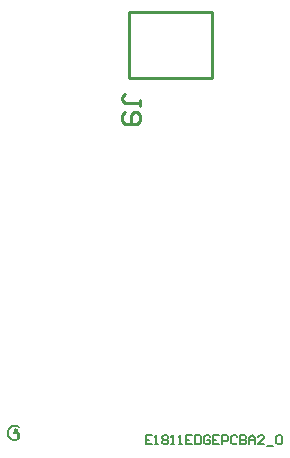
<source format=gto>
G04*
G04 #@! TF.GenerationSoftware,Altium Limited,Altium Designer,20.0.14 (345)*
G04*
G04 Layer_Color=65535*
%FSLAX25Y25*%
%MOIN*%
G70*
G01*
G75*
%ADD10C,0.01000*%
%ADD11C,0.00500*%
%ADD12C,0.00800*%
G36*
X7747Y9809D02*
X7830D01*
X7923Y9800D01*
X8117Y9763D01*
X8127D01*
X8163Y9754D01*
X8210Y9745D01*
X8275Y9726D01*
X8348Y9708D01*
X8422Y9689D01*
X8580Y9634D01*
X8589D01*
X8617Y9624D01*
X8654Y9606D01*
X8700Y9588D01*
X8811Y9541D01*
X8922Y9486D01*
X8931D01*
X8941Y9477D01*
X8996Y9439D01*
X9061Y9393D01*
X9107Y9347D01*
X9116Y9338D01*
X9135Y9319D01*
X9162Y9273D01*
X9181Y9227D01*
X9190Y9217D01*
X9200Y9181D01*
X9209Y9116D01*
Y9032D01*
Y9023D01*
Y8986D01*
Y8940D01*
X9200Y8894D01*
Y8884D01*
X9190Y8866D01*
X9172Y8801D01*
Y8792D01*
X9162Y8783D01*
X9126Y8746D01*
X9116D01*
X9079Y8737D01*
X9070D01*
X9042Y8746D01*
X8996Y8764D01*
X8922Y8811D01*
X8913D01*
X8903Y8820D01*
X8876Y8838D01*
X8839Y8857D01*
X8746Y8912D01*
X8617Y8977D01*
X8608D01*
X8580Y8996D01*
X8543Y9014D01*
X8487Y9032D01*
X8422Y9060D01*
X8348Y9088D01*
X8256Y9116D01*
X8163Y9144D01*
X8154D01*
X8117Y9153D01*
X8062Y9171D01*
X7988Y9190D01*
X7904Y9199D01*
X7794Y9217D01*
X7683Y9227D01*
X7479D01*
X7396Y9217D01*
X7294Y9208D01*
X7174Y9190D01*
X7044Y9162D01*
X6905Y9125D01*
X6776Y9070D01*
X6758Y9060D01*
X6720Y9042D01*
X6656Y9005D01*
X6582Y8958D01*
X6489Y8894D01*
X6397Y8820D01*
X6295Y8737D01*
X6202Y8635D01*
X6193Y8625D01*
X6165Y8589D01*
X6119Y8524D01*
X6073Y8450D01*
X6018Y8357D01*
X5953Y8237D01*
X5897Y8117D01*
X5842Y7978D01*
X5833Y7959D01*
X5823Y7913D01*
X5805Y7839D01*
X5786Y7738D01*
X5759Y7608D01*
X5740Y7469D01*
X5731Y7321D01*
X5722Y7155D01*
Y7146D01*
Y7136D01*
Y7108D01*
Y7072D01*
X5731Y6979D01*
X5740Y6859D01*
X5749Y6729D01*
X5777Y6581D01*
X5805Y6424D01*
X5851Y6276D01*
X5860Y6257D01*
X5879Y6211D01*
X5906Y6146D01*
X5953Y6054D01*
X6008Y5952D01*
X6073Y5841D01*
X6147Y5730D01*
X6230Y5629D01*
X6239Y5619D01*
X6277Y5582D01*
X6323Y5536D01*
X6397Y5480D01*
X6480Y5416D01*
X6582Y5351D01*
X6693Y5286D01*
X6813Y5231D01*
X6831Y5221D01*
X6878Y5212D01*
X6943Y5194D01*
X7035Y5166D01*
X7146Y5138D01*
X7276Y5120D01*
X7414Y5111D01*
X7562Y5101D01*
X7655D01*
X7710Y5111D01*
X7784D01*
X7868Y5129D01*
X8053Y5157D01*
X8062D01*
X8099Y5166D01*
X8145Y5184D01*
X8201Y5203D01*
X8275Y5221D01*
X8358Y5258D01*
X8515Y5333D01*
Y6840D01*
X7294D01*
X7266Y6849D01*
X7229Y6868D01*
X7202Y6905D01*
Y6914D01*
X7192Y6961D01*
X7183Y7025D01*
X7174Y7118D01*
Y7127D01*
Y7164D01*
Y7201D01*
Y7247D01*
Y7256D01*
X7183Y7275D01*
X7192Y7303D01*
X7202Y7331D01*
Y7340D01*
X7211Y7349D01*
X7238Y7386D01*
X7248D01*
X7257Y7395D01*
X7303Y7405D01*
X8978D01*
X9033Y7386D01*
X9042D01*
X9061Y7377D01*
X9116Y7331D01*
X9126Y7321D01*
X9135Y7312D01*
X9153Y7284D01*
X9172Y7247D01*
X9181Y7238D01*
X9190Y7210D01*
X9200Y7173D01*
Y7118D01*
Y5147D01*
Y5129D01*
Y5083D01*
X9181Y5027D01*
X9162Y4963D01*
X9153Y4953D01*
X9126Y4916D01*
X9079Y4879D01*
X9005Y4833D01*
X8996D01*
X8987Y4824D01*
X8959Y4814D01*
X8931Y4796D01*
X8829Y4759D01*
X8709Y4704D01*
X8700D01*
X8681Y4694D01*
X8644Y4685D01*
X8589Y4667D01*
X8534Y4648D01*
X8469Y4629D01*
X8321Y4592D01*
X8311D01*
X8284Y4583D01*
X8247D01*
X8201Y4574D01*
X8136Y4565D01*
X8071Y4546D01*
X7923Y4528D01*
X7886D01*
X7849Y4518D01*
X7803D01*
X7673Y4509D01*
X7535Y4500D01*
X7433D01*
X7377Y4509D01*
X7322D01*
X7174Y4528D01*
X7007Y4546D01*
X6831Y4574D01*
X6646Y4620D01*
X6461Y4685D01*
X6452D01*
X6443Y4694D01*
X6387Y4722D01*
X6295Y4759D01*
X6184Y4824D01*
X6064Y4898D01*
X5925Y4990D01*
X5796Y5092D01*
X5666Y5212D01*
X5647Y5231D01*
X5610Y5277D01*
X5555Y5342D01*
X5481Y5443D01*
X5398Y5564D01*
X5314Y5703D01*
X5240Y5860D01*
X5167Y6036D01*
Y6045D01*
X5157Y6054D01*
X5148Y6082D01*
X5139Y6119D01*
X5111Y6221D01*
X5083Y6350D01*
X5055Y6507D01*
X5028Y6692D01*
X5009Y6896D01*
X5000Y7108D01*
Y7118D01*
Y7136D01*
Y7164D01*
Y7210D01*
X5009Y7266D01*
Y7331D01*
X5028Y7479D01*
X5046Y7645D01*
X5074Y7839D01*
X5120Y8024D01*
X5185Y8219D01*
Y8228D01*
X5194Y8237D01*
X5204Y8265D01*
X5222Y8302D01*
X5259Y8394D01*
X5324Y8514D01*
X5389Y8644D01*
X5481Y8792D01*
X5583Y8931D01*
X5703Y9070D01*
X5722Y9088D01*
X5768Y9125D01*
X5833Y9190D01*
X5934Y9273D01*
X6055Y9365D01*
X6193Y9458D01*
X6351Y9541D01*
X6517Y9624D01*
X6526D01*
X6536Y9634D01*
X6563Y9643D01*
X6600Y9652D01*
X6693Y9689D01*
X6822Y9726D01*
X6979Y9754D01*
X7155Y9791D01*
X7350Y9809D01*
X7562Y9819D01*
X7673D01*
X7747Y9809D01*
D02*
G37*
D10*
X73354Y125378D02*
Y147425D01*
X45795D02*
X73354D01*
X45795Y125378D02*
Y147425D01*
Y125378D02*
X73354D01*
X49279Y116169D02*
Y118168D01*
Y117169D01*
X44280D01*
X43281Y118168D01*
Y119168D01*
X44280Y120168D01*
Y114170D02*
X43281Y113170D01*
Y111171D01*
X44280Y110171D01*
X48279D01*
X49279Y111171D01*
Y113170D01*
X48279Y114170D01*
X47279D01*
X46279Y113170D01*
Y110171D01*
D11*
X7800Y7400D02*
Y8400D01*
X8133Y8066D01*
X8467Y8400D01*
Y7400D01*
D12*
X53299Y6299D02*
X51300D01*
Y3300D01*
X53299D01*
X51300Y4799D02*
X52300D01*
X54299Y3300D02*
X55299D01*
X54799D01*
Y6299D01*
X54299Y5799D01*
X56798D02*
X57298Y6299D01*
X58298D01*
X58798Y5799D01*
Y5299D01*
X58298Y4799D01*
X58798Y4299D01*
Y3800D01*
X58298Y3300D01*
X57298D01*
X56798Y3800D01*
Y4299D01*
X57298Y4799D01*
X56798Y5299D01*
Y5799D01*
X57298Y4799D02*
X58298D01*
X59797Y3300D02*
X60797D01*
X60297D01*
Y6299D01*
X59797Y5799D01*
X62296Y3300D02*
X63296D01*
X62796D01*
Y6299D01*
X62296Y5799D01*
X66795Y6299D02*
X64796D01*
Y3300D01*
X66795D01*
X64796Y4799D02*
X65795D01*
X67795Y6299D02*
Y3300D01*
X69294D01*
X69794Y3800D01*
Y5799D01*
X69294Y6299D01*
X67795D01*
X72793Y5799D02*
X72293Y6299D01*
X71293D01*
X70794Y5799D01*
Y3800D01*
X71293Y3300D01*
X72293D01*
X72793Y3800D01*
Y4799D01*
X71793D01*
X75792Y6299D02*
X73793D01*
Y3300D01*
X75792D01*
X73793Y4799D02*
X74792D01*
X76792Y3300D02*
Y6299D01*
X78291D01*
X78791Y5799D01*
Y4799D01*
X78291Y4299D01*
X76792D01*
X81790Y5799D02*
X81290Y6299D01*
X80291D01*
X79791Y5799D01*
Y3800D01*
X80291Y3300D01*
X81290D01*
X81790Y3800D01*
X82790Y6299D02*
Y3300D01*
X84289D01*
X84789Y3800D01*
Y4299D01*
X84289Y4799D01*
X82790D01*
X84289D01*
X84789Y5299D01*
Y5799D01*
X84289Y6299D01*
X82790D01*
X85789Y3300D02*
Y5299D01*
X86788Y6299D01*
X87788Y5299D01*
Y3300D01*
Y4799D01*
X85789D01*
X90787Y3300D02*
X88788D01*
X90787Y5299D01*
Y5799D01*
X90287Y6299D01*
X89288D01*
X88788Y5799D01*
X91787Y2800D02*
X93786D01*
X94786Y5799D02*
X95286Y6299D01*
X96285D01*
X96785Y5799D01*
Y3800D01*
X96285Y3300D01*
X95286D01*
X94786Y3800D01*
Y5799D01*
M02*

</source>
